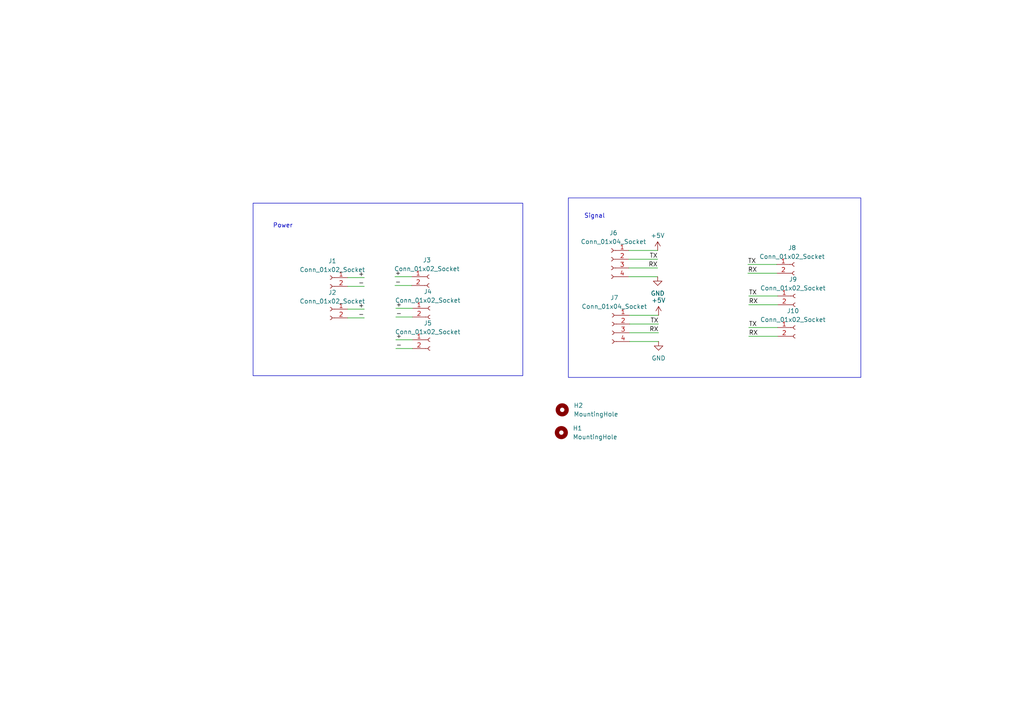
<source format=kicad_sch>
(kicad_sch
	(version 20231120)
	(generator "eeschema")
	(generator_version "8.0")
	(uuid "46fb4303-d3b2-4bbf-9b92-77c468bcf18e")
	(paper "A4")
	(lib_symbols
		(symbol "Connector:Conn_01x02_Socket"
			(pin_names
				(offset 1.016) hide)
			(exclude_from_sim no)
			(in_bom yes)
			(on_board yes)
			(property "Reference" "J"
				(at 0 2.54 0)
				(effects
					(font
						(size 1.27 1.27)
					)
				)
			)
			(property "Value" "Conn_01x02_Socket"
				(at 0 -5.08 0)
				(effects
					(font
						(size 1.27 1.27)
					)
				)
			)
			(property "Footprint" ""
				(at 0 0 0)
				(effects
					(font
						(size 1.27 1.27)
					)
					(hide yes)
				)
			)
			(property "Datasheet" "~"
				(at 0 0 0)
				(effects
					(font
						(size 1.27 1.27)
					)
					(hide yes)
				)
			)
			(property "Description" "Generic connector, single row, 01x02, script generated"
				(at 0 0 0)
				(effects
					(font
						(size 1.27 1.27)
					)
					(hide yes)
				)
			)
			(property "ki_locked" ""
				(at 0 0 0)
				(effects
					(font
						(size 1.27 1.27)
					)
				)
			)
			(property "ki_keywords" "connector"
				(at 0 0 0)
				(effects
					(font
						(size 1.27 1.27)
					)
					(hide yes)
				)
			)
			(property "ki_fp_filters" "Connector*:*_1x??_*"
				(at 0 0 0)
				(effects
					(font
						(size 1.27 1.27)
					)
					(hide yes)
				)
			)
			(symbol "Conn_01x02_Socket_1_1"
				(arc
					(start 0 -2.032)
					(mid -0.5058 -2.54)
					(end 0 -3.048)
					(stroke
						(width 0.1524)
						(type default)
					)
					(fill
						(type none)
					)
				)
				(polyline
					(pts
						(xy -1.27 -2.54) (xy -0.508 -2.54)
					)
					(stroke
						(width 0.1524)
						(type default)
					)
					(fill
						(type none)
					)
				)
				(polyline
					(pts
						(xy -1.27 0) (xy -0.508 0)
					)
					(stroke
						(width 0.1524)
						(type default)
					)
					(fill
						(type none)
					)
				)
				(arc
					(start 0 0.508)
					(mid -0.5058 0)
					(end 0 -0.508)
					(stroke
						(width 0.1524)
						(type default)
					)
					(fill
						(type none)
					)
				)
				(pin passive line
					(at -5.08 0 0)
					(length 3.81)
					(name "Pin_1"
						(effects
							(font
								(size 1.27 1.27)
							)
						)
					)
					(number "1"
						(effects
							(font
								(size 1.27 1.27)
							)
						)
					)
				)
				(pin passive line
					(at -5.08 -2.54 0)
					(length 3.81)
					(name "Pin_2"
						(effects
							(font
								(size 1.27 1.27)
							)
						)
					)
					(number "2"
						(effects
							(font
								(size 1.27 1.27)
							)
						)
					)
				)
			)
		)
		(symbol "Connector:Conn_01x04_Socket"
			(pin_names
				(offset 1.016) hide)
			(exclude_from_sim no)
			(in_bom yes)
			(on_board yes)
			(property "Reference" "J"
				(at 0 5.08 0)
				(effects
					(font
						(size 1.27 1.27)
					)
				)
			)
			(property "Value" "Conn_01x04_Socket"
				(at 0 -7.62 0)
				(effects
					(font
						(size 1.27 1.27)
					)
				)
			)
			(property "Footprint" ""
				(at 0 0 0)
				(effects
					(font
						(size 1.27 1.27)
					)
					(hide yes)
				)
			)
			(property "Datasheet" "~"
				(at 0 0 0)
				(effects
					(font
						(size 1.27 1.27)
					)
					(hide yes)
				)
			)
			(property "Description" "Generic connector, single row, 01x04, script generated"
				(at 0 0 0)
				(effects
					(font
						(size 1.27 1.27)
					)
					(hide yes)
				)
			)
			(property "ki_locked" ""
				(at 0 0 0)
				(effects
					(font
						(size 1.27 1.27)
					)
				)
			)
			(property "ki_keywords" "connector"
				(at 0 0 0)
				(effects
					(font
						(size 1.27 1.27)
					)
					(hide yes)
				)
			)
			(property "ki_fp_filters" "Connector*:*_1x??_*"
				(at 0 0 0)
				(effects
					(font
						(size 1.27 1.27)
					)
					(hide yes)
				)
			)
			(symbol "Conn_01x04_Socket_1_1"
				(arc
					(start 0 -4.572)
					(mid -0.5058 -5.08)
					(end 0 -5.588)
					(stroke
						(width 0.1524)
						(type default)
					)
					(fill
						(type none)
					)
				)
				(arc
					(start 0 -2.032)
					(mid -0.5058 -2.54)
					(end 0 -3.048)
					(stroke
						(width 0.1524)
						(type default)
					)
					(fill
						(type none)
					)
				)
				(polyline
					(pts
						(xy -1.27 -5.08) (xy -0.508 -5.08)
					)
					(stroke
						(width 0.1524)
						(type default)
					)
					(fill
						(type none)
					)
				)
				(polyline
					(pts
						(xy -1.27 -2.54) (xy -0.508 -2.54)
					)
					(stroke
						(width 0.1524)
						(type default)
					)
					(fill
						(type none)
					)
				)
				(polyline
					(pts
						(xy -1.27 0) (xy -0.508 0)
					)
					(stroke
						(width 0.1524)
						(type default)
					)
					(fill
						(type none)
					)
				)
				(polyline
					(pts
						(xy -1.27 2.54) (xy -0.508 2.54)
					)
					(stroke
						(width 0.1524)
						(type default)
					)
					(fill
						(type none)
					)
				)
				(arc
					(start 0 0.508)
					(mid -0.5058 0)
					(end 0 -0.508)
					(stroke
						(width 0.1524)
						(type default)
					)
					(fill
						(type none)
					)
				)
				(arc
					(start 0 3.048)
					(mid -0.5058 2.54)
					(end 0 2.032)
					(stroke
						(width 0.1524)
						(type default)
					)
					(fill
						(type none)
					)
				)
				(pin passive line
					(at -5.08 2.54 0)
					(length 3.81)
					(name "Pin_1"
						(effects
							(font
								(size 1.27 1.27)
							)
						)
					)
					(number "1"
						(effects
							(font
								(size 1.27 1.27)
							)
						)
					)
				)
				(pin passive line
					(at -5.08 0 0)
					(length 3.81)
					(name "Pin_2"
						(effects
							(font
								(size 1.27 1.27)
							)
						)
					)
					(number "2"
						(effects
							(font
								(size 1.27 1.27)
							)
						)
					)
				)
				(pin passive line
					(at -5.08 -2.54 0)
					(length 3.81)
					(name "Pin_3"
						(effects
							(font
								(size 1.27 1.27)
							)
						)
					)
					(number "3"
						(effects
							(font
								(size 1.27 1.27)
							)
						)
					)
				)
				(pin passive line
					(at -5.08 -5.08 0)
					(length 3.81)
					(name "Pin_4"
						(effects
							(font
								(size 1.27 1.27)
							)
						)
					)
					(number "4"
						(effects
							(font
								(size 1.27 1.27)
							)
						)
					)
				)
			)
		)
		(symbol "Mechanical:MountingHole"
			(pin_names
				(offset 1.016)
			)
			(exclude_from_sim yes)
			(in_bom no)
			(on_board yes)
			(property "Reference" "H"
				(at 0 5.08 0)
				(effects
					(font
						(size 1.27 1.27)
					)
				)
			)
			(property "Value" "MountingHole"
				(at 0 3.175 0)
				(effects
					(font
						(size 1.27 1.27)
					)
				)
			)
			(property "Footprint" ""
				(at 0 0 0)
				(effects
					(font
						(size 1.27 1.27)
					)
					(hide yes)
				)
			)
			(property "Datasheet" "~"
				(at 0 0 0)
				(effects
					(font
						(size 1.27 1.27)
					)
					(hide yes)
				)
			)
			(property "Description" "Mounting Hole without connection"
				(at 0 0 0)
				(effects
					(font
						(size 1.27 1.27)
					)
					(hide yes)
				)
			)
			(property "ki_keywords" "mounting hole"
				(at 0 0 0)
				(effects
					(font
						(size 1.27 1.27)
					)
					(hide yes)
				)
			)
			(property "ki_fp_filters" "MountingHole*"
				(at 0 0 0)
				(effects
					(font
						(size 1.27 1.27)
					)
					(hide yes)
				)
			)
			(symbol "MountingHole_0_1"
				(circle
					(center 0 0)
					(radius 1.27)
					(stroke
						(width 1.27)
						(type default)
					)
					(fill
						(type none)
					)
				)
			)
		)
		(symbol "power:+5V"
			(power)
			(pin_numbers hide)
			(pin_names
				(offset 0) hide)
			(exclude_from_sim no)
			(in_bom yes)
			(on_board yes)
			(property "Reference" "#PWR"
				(at 0 -3.81 0)
				(effects
					(font
						(size 1.27 1.27)
					)
					(hide yes)
				)
			)
			(property "Value" "+5V"
				(at 0 3.556 0)
				(effects
					(font
						(size 1.27 1.27)
					)
				)
			)
			(property "Footprint" ""
				(at 0 0 0)
				(effects
					(font
						(size 1.27 1.27)
					)
					(hide yes)
				)
			)
			(property "Datasheet" ""
				(at 0 0 0)
				(effects
					(font
						(size 1.27 1.27)
					)
					(hide yes)
				)
			)
			(property "Description" "Power symbol creates a global label with name \"+5V\""
				(at 0 0 0)
				(effects
					(font
						(size 1.27 1.27)
					)
					(hide yes)
				)
			)
			(property "ki_keywords" "global power"
				(at 0 0 0)
				(effects
					(font
						(size 1.27 1.27)
					)
					(hide yes)
				)
			)
			(symbol "+5V_0_1"
				(polyline
					(pts
						(xy -0.762 1.27) (xy 0 2.54)
					)
					(stroke
						(width 0)
						(type default)
					)
					(fill
						(type none)
					)
				)
				(polyline
					(pts
						(xy 0 0) (xy 0 2.54)
					)
					(stroke
						(width 0)
						(type default)
					)
					(fill
						(type none)
					)
				)
				(polyline
					(pts
						(xy 0 2.54) (xy 0.762 1.27)
					)
					(stroke
						(width 0)
						(type default)
					)
					(fill
						(type none)
					)
				)
			)
			(symbol "+5V_1_1"
				(pin power_in line
					(at 0 0 90)
					(length 0)
					(name "~"
						(effects
							(font
								(size 1.27 1.27)
							)
						)
					)
					(number "1"
						(effects
							(font
								(size 1.27 1.27)
							)
						)
					)
				)
			)
		)
		(symbol "power:GND"
			(power)
			(pin_numbers hide)
			(pin_names
				(offset 0) hide)
			(exclude_from_sim no)
			(in_bom yes)
			(on_board yes)
			(property "Reference" "#PWR"
				(at 0 -6.35 0)
				(effects
					(font
						(size 1.27 1.27)
					)
					(hide yes)
				)
			)
			(property "Value" "GND"
				(at 0 -3.81 0)
				(effects
					(font
						(size 1.27 1.27)
					)
				)
			)
			(property "Footprint" ""
				(at 0 0 0)
				(effects
					(font
						(size 1.27 1.27)
					)
					(hide yes)
				)
			)
			(property "Datasheet" ""
				(at 0 0 0)
				(effects
					(font
						(size 1.27 1.27)
					)
					(hide yes)
				)
			)
			(property "Description" "Power symbol creates a global label with name \"GND\" , ground"
				(at 0 0 0)
				(effects
					(font
						(size 1.27 1.27)
					)
					(hide yes)
				)
			)
			(property "ki_keywords" "global power"
				(at 0 0 0)
				(effects
					(font
						(size 1.27 1.27)
					)
					(hide yes)
				)
			)
			(symbol "GND_0_1"
				(polyline
					(pts
						(xy 0 0) (xy 0 -1.27) (xy 1.27 -1.27) (xy 0 -2.54) (xy -1.27 -1.27) (xy 0 -1.27)
					)
					(stroke
						(width 0)
						(type default)
					)
					(fill
						(type none)
					)
				)
			)
			(symbol "GND_1_1"
				(pin power_in line
					(at 0 0 270)
					(length 0)
					(name "~"
						(effects
							(font
								(size 1.27 1.27)
							)
						)
					)
					(number "1"
						(effects
							(font
								(size 1.27 1.27)
							)
						)
					)
				)
			)
		)
	)
	(wire
		(pts
			(xy 119.38 80.264) (xy 114.554 80.264)
		)
		(stroke
			(width 0)
			(type default)
		)
		(uuid "0109b06f-4d40-432e-82f7-3fc3de80ee96")
	)
	(wire
		(pts
			(xy 182.372 75.184) (xy 190.754 75.184)
		)
		(stroke
			(width 0)
			(type default)
		)
		(uuid "08d58447-4c66-4fa1-a2a9-e15fc3035a79")
	)
	(wire
		(pts
			(xy 182.372 80.264) (xy 190.754 80.264)
		)
		(stroke
			(width 0)
			(type default)
		)
		(uuid "0b5298fc-ccbc-48a6-8b8a-d8f3479536dd")
	)
	(wire
		(pts
			(xy 182.372 77.724) (xy 190.754 77.724)
		)
		(stroke
			(width 0)
			(type default)
		)
		(uuid "134f3d82-9090-4fe0-8f84-912da14aa149")
	)
	(wire
		(pts
			(xy 119.634 101.092) (xy 114.808 101.092)
		)
		(stroke
			(width 0)
			(type default)
		)
		(uuid "183714e7-0cd8-49f4-9f64-9eeb2bfc02eb")
	)
	(wire
		(pts
			(xy 100.838 83.058) (xy 105.664 83.058)
		)
		(stroke
			(width 0)
			(type default)
		)
		(uuid "2d5e9ed0-f955-48a6-8c15-441a3a590ee4")
	)
	(wire
		(pts
			(xy 225.552 97.536) (xy 217.17 97.536)
		)
		(stroke
			(width 0)
			(type default)
		)
		(uuid "41487150-87f0-4ec7-a5ac-f6cc81b4fba3")
	)
	(wire
		(pts
			(xy 119.634 91.948) (xy 114.808 91.948)
		)
		(stroke
			(width 0)
			(type default)
		)
		(uuid "4bb3d7f6-62d3-4f89-ba19-4919e5547053")
	)
	(wire
		(pts
			(xy 182.626 93.98) (xy 191.008 93.98)
		)
		(stroke
			(width 0)
			(type default)
		)
		(uuid "5a910de7-3293-4f43-9d0a-cdafc6312f61")
	)
	(wire
		(pts
			(xy 225.298 76.708) (xy 216.916 76.708)
		)
		(stroke
			(width 0)
			(type default)
		)
		(uuid "6e93a996-83b4-4b3e-aacc-2004a2ea270f")
	)
	(wire
		(pts
			(xy 100.838 89.662) (xy 105.664 89.662)
		)
		(stroke
			(width 0)
			(type default)
		)
		(uuid "8b306649-19b2-49b6-921a-cad9a6491bc3")
	)
	(wire
		(pts
			(xy 100.838 92.202) (xy 105.664 92.202)
		)
		(stroke
			(width 0)
			(type default)
		)
		(uuid "a56f432b-8641-4bc0-ad8a-3c54e1267c99")
	)
	(wire
		(pts
			(xy 119.38 82.804) (xy 114.554 82.804)
		)
		(stroke
			(width 0)
			(type default)
		)
		(uuid "a9f8d4fd-deb7-4ad9-aec5-8e42605e65b8")
	)
	(wire
		(pts
			(xy 182.626 91.44) (xy 191.008 91.44)
		)
		(stroke
			(width 0)
			(type default)
		)
		(uuid "abce1af9-29fa-495b-a7c9-9488e932ba35")
	)
	(wire
		(pts
			(xy 182.626 99.06) (xy 191.008 99.06)
		)
		(stroke
			(width 0)
			(type default)
		)
		(uuid "b4d8f9a6-5d03-4e5a-bc3a-e171ca15e3f4")
	)
	(wire
		(pts
			(xy 225.552 85.852) (xy 217.17 85.852)
		)
		(stroke
			(width 0)
			(type default)
		)
		(uuid "ba8c03c2-4d2e-477d-a911-90526fa8287a")
	)
	(wire
		(pts
			(xy 225.298 79.248) (xy 216.916 79.248)
		)
		(stroke
			(width 0)
			(type default)
		)
		(uuid "d970438a-8595-4e86-88af-ad49b3deebe8")
	)
	(wire
		(pts
			(xy 225.552 88.392) (xy 217.17 88.392)
		)
		(stroke
			(width 0)
			(type default)
		)
		(uuid "daa1f2d8-4f71-4b1d-8542-0e4670b3ee04")
	)
	(wire
		(pts
			(xy 119.634 98.552) (xy 114.808 98.552)
		)
		(stroke
			(width 0)
			(type default)
		)
		(uuid "dc0054e1-f0c1-460a-900e-c0d2d881faaa")
	)
	(wire
		(pts
			(xy 182.626 96.52) (xy 191.008 96.52)
		)
		(stroke
			(width 0)
			(type default)
		)
		(uuid "e0e5e543-6930-4744-8db6-763cf73209c4")
	)
	(wire
		(pts
			(xy 100.838 80.518) (xy 105.664 80.518)
		)
		(stroke
			(width 0)
			(type default)
		)
		(uuid "e8bae638-7bc2-41de-ae41-e6a4bb90d310")
	)
	(wire
		(pts
			(xy 225.552 94.996) (xy 217.17 94.996)
		)
		(stroke
			(width 0)
			(type default)
		)
		(uuid "eaf55ecf-d661-4a15-af93-32f920d9fcb2")
	)
	(wire
		(pts
			(xy 119.634 89.408) (xy 114.808 89.408)
		)
		(stroke
			(width 0)
			(type default)
		)
		(uuid "fb392dcd-1135-4130-81b1-cb198a923b92")
	)
	(wire
		(pts
			(xy 182.372 72.644) (xy 190.754 72.644)
		)
		(stroke
			(width 0)
			(type default)
		)
		(uuid "fc3a2767-3fce-40bd-8453-7d72bd321974")
	)
	(rectangle
		(start 164.846 57.404)
		(end 249.682 109.474)
		(stroke
			(width 0)
			(type default)
		)
		(fill
			(type none)
		)
		(uuid 1823d5fd-98d0-4a83-a585-f23bb9a971c9)
	)
	(rectangle
		(start 73.406 58.928)
		(end 151.638 108.966)
		(stroke
			(width 0)
			(type default)
		)
		(fill
			(type none)
		)
		(uuid 3c1222ab-7549-4355-9b62-543ba9446a5b)
	)
	(text "Power"
		(exclude_from_sim no)
		(at 82.042 65.532 0)
		(effects
			(font
				(size 1.27 1.27)
			)
		)
		(uuid "32252ed2-0c88-4ff3-b991-8c3bfbb3a0e9")
	)
	(text "Signal"
		(exclude_from_sim no)
		(at 172.466 62.738 0)
		(effects
			(font
				(size 1.27 1.27)
			)
		)
		(uuid "b937f6d9-df23-4b21-b918-55795569d92d")
	)
	(label "-"
		(at 114.808 101.092 0)
		(fields_autoplaced yes)
		(effects
			(font
				(size 1.27 1.27)
			)
			(justify left bottom)
		)
		(uuid "045a1f57-05a6-4704-8cf1-10e0bed7a412")
	)
	(label "RX"
		(at 191.008 96.52 180)
		(fields_autoplaced yes)
		(effects
			(font
				(size 1.27 1.27)
			)
			(justify right bottom)
		)
		(uuid "0639e323-0d72-42a2-81a6-55649bd9857b")
	)
	(label "-"
		(at 114.808 91.948 0)
		(fields_autoplaced yes)
		(effects
			(font
				(size 1.27 1.27)
			)
			(justify left bottom)
		)
		(uuid "1d6af90a-8e6f-46d5-be16-e1bd2e890ede")
	)
	(label "+"
		(at 105.664 89.662 180)
		(fields_autoplaced yes)
		(effects
			(font
				(size 1.27 1.27)
			)
			(justify right bottom)
		)
		(uuid "2383f3af-5ed6-40de-be87-6240479d8177")
	)
	(label "-"
		(at 105.664 83.058 180)
		(fields_autoplaced yes)
		(effects
			(font
				(size 1.27 1.27)
			)
			(justify right bottom)
		)
		(uuid "2d44164e-dcf0-44cc-ab34-d599e6cac3b9")
	)
	(label "+"
		(at 114.808 89.408 0)
		(fields_autoplaced yes)
		(effects
			(font
				(size 1.27 1.27)
			)
			(justify left bottom)
		)
		(uuid "459e1745-eff3-4dad-b5f4-5fbcfa1d9314")
	)
	(label "RX"
		(at 216.916 79.248 0)
		(fields_autoplaced yes)
		(effects
			(font
				(size 1.27 1.27)
			)
			(justify left bottom)
		)
		(uuid "4b2147ad-0349-4709-b60c-5a52c9558446")
	)
	(label "TX"
		(at 216.916 76.708 0)
		(fields_autoplaced yes)
		(effects
			(font
				(size 1.27 1.27)
			)
			(justify left bottom)
		)
		(uuid "5f83a035-b4b1-42ed-a00d-3cf02d138f55")
	)
	(label "RX"
		(at 190.754 77.724 180)
		(fields_autoplaced yes)
		(effects
			(font
				(size 1.27 1.27)
			)
			(justify right bottom)
		)
		(uuid "6444845e-e8b0-4c83-b470-0f5f31858859")
	)
	(label "+"
		(at 105.664 80.518 180)
		(fields_autoplaced yes)
		(effects
			(font
				(size 1.27 1.27)
			)
			(justify right bottom)
		)
		(uuid "756dcde8-35d0-476c-ad34-a3c637e2f308")
	)
	(label "-"
		(at 114.554 82.804 0)
		(fields_autoplaced yes)
		(effects
			(font
				(size 1.27 1.27)
			)
			(justify left bottom)
		)
		(uuid "798cdeca-0982-4a97-8a5c-6f754fef3dd8")
	)
	(label "+"
		(at 114.554 80.264 0)
		(fields_autoplaced yes)
		(effects
			(font
				(size 1.27 1.27)
			)
			(justify left bottom)
		)
		(uuid "98368b26-43c0-453d-9e71-34873a15e6d2")
	)
	(label "TX"
		(at 217.17 85.852 0)
		(fields_autoplaced yes)
		(effects
			(font
				(size 1.27 1.27)
			)
			(justify left bottom)
		)
		(uuid "9b49a830-dcda-46d9-a4ca-383d26d35dd6")
	)
	(label "+"
		(at 114.808 98.552 0)
		(fields_autoplaced yes)
		(effects
			(font
				(size 1.27 1.27)
			)
			(justify left bottom)
		)
		(uuid "a23b364c-a901-4434-9a8a-bdf4bc83ef59")
	)
	(label "-"
		(at 105.664 92.202 180)
		(fields_autoplaced yes)
		(effects
			(font
				(size 1.27 1.27)
			)
			(justify right bottom)
		)
		(uuid "bfb67767-5a61-4ae8-bad1-e4d65ebb005c")
	)
	(label "TX"
		(at 191.008 93.98 180)
		(fields_autoplaced yes)
		(effects
			(font
				(size 1.27 1.27)
			)
			(justify right bottom)
		)
		(uuid "e2f7baa4-ac02-49ca-a866-f821e69399eb")
	)
	(label "RX"
		(at 217.17 97.536 0)
		(fields_autoplaced yes)
		(effects
			(font
				(size 1.27 1.27)
			)
			(justify left bottom)
		)
		(uuid "e4eaa384-4a36-4306-9ff7-2f35a08334a3")
	)
	(label "RX"
		(at 217.17 88.392 0)
		(fields_autoplaced yes)
		(effects
			(font
				(size 1.27 1.27)
			)
			(justify left bottom)
		)
		(uuid "e4ef73f0-63e5-42ed-8f62-a0e321f14ece")
	)
	(label "TX"
		(at 217.17 94.996 0)
		(fields_autoplaced yes)
		(effects
			(font
				(size 1.27 1.27)
			)
			(justify left bottom)
		)
		(uuid "f62b2ee0-56fe-438d-9be7-08f3706829a9")
	)
	(label "TX"
		(at 190.754 75.184 180)
		(fields_autoplaced yes)
		(effects
			(font
				(size 1.27 1.27)
			)
			(justify right bottom)
		)
		(uuid "f6e242f0-1a77-4b2f-89ff-86d2a243aedc")
	)
	(symbol
		(lib_id "Connector:Conn_01x02_Socket")
		(at 124.46 80.264 0)
		(unit 1)
		(exclude_from_sim no)
		(in_bom yes)
		(on_board yes)
		(dnp no)
		(uuid "04067f0d-80c8-4388-8c59-e6f3328b4b0a")
		(property "Reference" "J3"
			(at 123.825 75.438 0)
			(effects
				(font
					(size 1.27 1.27)
				)
			)
		)
		(property "Value" "Conn_01x02_Socket"
			(at 123.825 77.978 0)
			(effects
				(font
					(size 1.27 1.27)
				)
			)
		)
		(property "Footprint" "Connector_AMASS:AMASS_XT30U-F_1x02_P5.0mm_Vertical"
			(at 124.46 80.264 0)
			(effects
				(font
					(size 1.27 1.27)
				)
				(hide yes)
			)
		)
		(property "Datasheet" "~"
			(at 124.46 80.264 0)
			(effects
				(font
					(size 1.27 1.27)
				)
				(hide yes)
			)
		)
		(property "Description" "Generic connector, single row, 01x02, script generated"
			(at 124.46 80.264 0)
			(effects
				(font
					(size 1.27 1.27)
				)
				(hide yes)
			)
		)
		(pin "2"
			(uuid "ed176c83-63f2-48ba-ad40-eccbdae9e97c")
		)
		(pin "1"
			(uuid "f8d715ce-6442-4516-8f20-7b51709a6157")
		)
		(instances
			(project "RoboMaster branch circuit substrate-2"
				(path "/46fb4303-d3b2-4bbf-9b92-77c468bcf18e"
					(reference "J3")
					(unit 1)
				)
			)
		)
	)
	(symbol
		(lib_id "power:GND")
		(at 191.008 99.06 0)
		(unit 1)
		(exclude_from_sim no)
		(in_bom yes)
		(on_board yes)
		(dnp no)
		(fields_autoplaced yes)
		(uuid "175abc80-656d-497b-a3ec-d2bcd580cd6b")
		(property "Reference" "#PWR04"
			(at 191.008 105.41 0)
			(effects
				(font
					(size 1.27 1.27)
				)
				(hide yes)
			)
		)
		(property "Value" "GND"
			(at 191.008 103.886 0)
			(effects
				(font
					(size 1.27 1.27)
				)
			)
		)
		(property "Footprint" ""
			(at 191.008 99.06 0)
			(effects
				(font
					(size 1.27 1.27)
				)
				(hide yes)
			)
		)
		(property "Datasheet" ""
			(at 191.008 99.06 0)
			(effects
				(font
					(size 1.27 1.27)
				)
				(hide yes)
			)
		)
		(property "Description" "Power symbol creates a global label with name \"GND\" , ground"
			(at 191.008 99.06 0)
			(effects
				(font
					(size 1.27 1.27)
				)
				(hide yes)
			)
		)
		(pin "1"
			(uuid "763da55b-7f86-456c-93ea-15fb33238997")
		)
		(instances
			(project "RoboMaster branch circuit substrate-2"
				(path "/46fb4303-d3b2-4bbf-9b92-77c468bcf18e"
					(reference "#PWR04")
					(unit 1)
				)
			)
		)
	)
	(symbol
		(lib_id "Mechanical:MountingHole")
		(at 163.068 118.872 0)
		(unit 1)
		(exclude_from_sim yes)
		(in_bom no)
		(on_board yes)
		(dnp no)
		(fields_autoplaced yes)
		(uuid "184df0a1-657e-4a0d-9988-fa10942ba86d")
		(property "Reference" "H2"
			(at 166.37 117.6019 0)
			(effects
				(font
					(size 1.27 1.27)
				)
				(justify left)
			)
		)
		(property "Value" "MountingHole"
			(at 166.37 120.1419 0)
			(effects
				(font
					(size 1.27 1.27)
				)
				(justify left)
			)
		)
		(property "Footprint" "MountingHole:MountingHole_3.2mm_M3"
			(at 163.068 118.872 0)
			(effects
				(font
					(size 1.27 1.27)
				)
				(hide yes)
			)
		)
		(property "Datasheet" "~"
			(at 163.068 118.872 0)
			(effects
				(font
					(size 1.27 1.27)
				)
				(hide yes)
			)
		)
		(property "Description" "Mounting Hole without connection"
			(at 163.068 118.872 0)
			(effects
				(font
					(size 1.27 1.27)
				)
				(hide yes)
			)
		)
		(instances
			(project ""
				(path "/46fb4303-d3b2-4bbf-9b92-77c468bcf18e"
					(reference "H2")
					(unit 1)
				)
			)
		)
	)
	(symbol
		(lib_id "Connector:Conn_01x04_Socket")
		(at 177.292 75.184 0)
		(mirror y)
		(unit 1)
		(exclude_from_sim no)
		(in_bom yes)
		(on_board yes)
		(dnp no)
		(fields_autoplaced yes)
		(uuid "39259582-5a6e-4bef-b40e-bc4e1f608c19")
		(property "Reference" "J6"
			(at 177.927 67.564 0)
			(effects
				(font
					(size 1.27 1.27)
				)
			)
		)
		(property "Value" "Conn_01x04_Socket"
			(at 177.927 70.104 0)
			(effects
				(font
					(size 1.27 1.27)
				)
			)
		)
		(property "Footprint" "Connector_JST:JST_XA_S04B-XASK-1_1x04_P2.50mm_Horizontal"
			(at 177.292 75.184 0)
			(effects
				(font
					(size 1.27 1.27)
				)
				(hide yes)
			)
		)
		(property "Datasheet" "~"
			(at 177.292 75.184 0)
			(effects
				(font
					(size 1.27 1.27)
				)
				(hide yes)
			)
		)
		(property "Description" "Generic connector, single row, 01x04, script generated"
			(at 177.292 75.184 0)
			(effects
				(font
					(size 1.27 1.27)
				)
				(hide yes)
			)
		)
		(pin "4"
			(uuid "2e98d274-ecfe-4e99-9ebc-fc87ce945fca")
		)
		(pin "3"
			(uuid "8115b74e-a532-4186-8369-313cb2555112")
		)
		(pin "1"
			(uuid "9ea7b72f-ada9-47a3-a508-f5c871c998e8")
		)
		(pin "2"
			(uuid "844bb7f0-aae5-4e18-bff0-83a6d748a9de")
		)
		(instances
			(project ""
				(path "/46fb4303-d3b2-4bbf-9b92-77c468bcf18e"
					(reference "J6")
					(unit 1)
				)
			)
		)
	)
	(symbol
		(lib_id "Mechanical:MountingHole")
		(at 162.814 125.476 0)
		(unit 1)
		(exclude_from_sim yes)
		(in_bom no)
		(on_board yes)
		(dnp no)
		(fields_autoplaced yes)
		(uuid "394750f1-f86f-4b3a-b8a0-3d8362c9415b")
		(property "Reference" "H1"
			(at 166.116 124.2059 0)
			(effects
				(font
					(size 1.27 1.27)
				)
				(justify left)
			)
		)
		(property "Value" "MountingHole"
			(at 166.116 126.7459 0)
			(effects
				(font
					(size 1.27 1.27)
				)
				(justify left)
			)
		)
		(property "Footprint" "MountingHole:MountingHole_3.2mm_M3"
			(at 162.814 125.476 0)
			(effects
				(font
					(size 1.27 1.27)
				)
				(hide yes)
			)
		)
		(property "Datasheet" "~"
			(at 162.814 125.476 0)
			(effects
				(font
					(size 1.27 1.27)
				)
				(hide yes)
			)
		)
		(property "Description" "Mounting Hole without connection"
			(at 162.814 125.476 0)
			(effects
				(font
					(size 1.27 1.27)
				)
				(hide yes)
			)
		)
		(instances
			(project "RoboMaster branch circuit substrate-2"
				(path "/46fb4303-d3b2-4bbf-9b92-77c468bcf18e"
					(reference "H1")
					(unit 1)
				)
			)
		)
	)
	(symbol
		(lib_id "Connector:Conn_01x02_Socket")
		(at 230.632 94.996 0)
		(unit 1)
		(exclude_from_sim no)
		(in_bom yes)
		(on_board yes)
		(dnp no)
		(uuid "68d31cf0-6bba-4ff9-b989-2e057cf0e81e")
		(property "Reference" "J10"
			(at 229.997 90.17 0)
			(effects
				(font
					(size 1.27 1.27)
				)
			)
		)
		(property "Value" "Conn_01x02_Socket"
			(at 229.997 92.71 0)
			(effects
				(font
					(size 1.27 1.27)
				)
			)
		)
		(property "Footprint" "Connector_JST:JST_XA_B02B-XASK-1_1x02_P2.50mm_Vertical"
			(at 230.632 94.996 0)
			(effects
				(font
					(size 1.27 1.27)
				)
				(hide yes)
			)
		)
		(property "Datasheet" "~"
			(at 230.632 94.996 0)
			(effects
				(font
					(size 1.27 1.27)
				)
				(hide yes)
			)
		)
		(property "Description" "Generic connector, single row, 01x02, script generated"
			(at 230.632 94.996 0)
			(effects
				(font
					(size 1.27 1.27)
				)
				(hide yes)
			)
		)
		(pin "2"
			(uuid "b9ea2bb3-cb2d-49d9-a21f-80c8d4f420fe")
		)
		(pin "1"
			(uuid "10f06cdd-1466-4415-ad66-71aaa7ad163c")
		)
		(instances
			(project "RoboMaster branch circuit substrate-3"
				(path "/46fb4303-d3b2-4bbf-9b92-77c468bcf18e"
					(reference "J10")
					(unit 1)
				)
			)
		)
	)
	(symbol
		(lib_id "Connector:Conn_01x02_Socket")
		(at 124.714 89.408 0)
		(unit 1)
		(exclude_from_sim no)
		(in_bom yes)
		(on_board yes)
		(dnp no)
		(uuid "68da58ab-915d-403d-89ba-17db5fd6ad48")
		(property "Reference" "J4"
			(at 124.079 84.582 0)
			(effects
				(font
					(size 1.27 1.27)
				)
			)
		)
		(property "Value" "Conn_01x02_Socket"
			(at 124.079 87.122 0)
			(effects
				(font
					(size 1.27 1.27)
				)
			)
		)
		(property "Footprint" "Connector_AMASS:AMASS_XT30U-F_1x02_P5.0mm_Vertical"
			(at 124.714 89.408 0)
			(effects
				(font
					(size 1.27 1.27)
				)
				(hide yes)
			)
		)
		(property "Datasheet" "~"
			(at 124.714 89.408 0)
			(effects
				(font
					(size 1.27 1.27)
				)
				(hide yes)
			)
		)
		(property "Description" "Generic connector, single row, 01x02, script generated"
			(at 124.714 89.408 0)
			(effects
				(font
					(size 1.27 1.27)
				)
				(hide yes)
			)
		)
		(pin "2"
			(uuid "8445ff36-282e-40d9-b6d7-96a04f594954")
		)
		(pin "1"
			(uuid "dd3c85f5-d40e-4a9e-91ca-8a553c59b0ab")
		)
		(instances
			(project "RoboMaster branch circuit substrate-2"
				(path "/46fb4303-d3b2-4bbf-9b92-77c468bcf18e"
					(reference "J4")
					(unit 1)
				)
			)
		)
	)
	(symbol
		(lib_id "Connector:Conn_01x02_Socket")
		(at 230.632 85.852 0)
		(unit 1)
		(exclude_from_sim no)
		(in_bom yes)
		(on_board yes)
		(dnp no)
		(uuid "8166996f-db3b-4937-b3bd-c84ef84ec491")
		(property "Reference" "J9"
			(at 229.997 81.026 0)
			(effects
				(font
					(size 1.27 1.27)
				)
			)
		)
		(property "Value" "Conn_01x02_Socket"
			(at 229.997 83.566 0)
			(effects
				(font
					(size 1.27 1.27)
				)
			)
		)
		(property "Footprint" "Connector_JST:JST_XA_B02B-XASK-1_1x02_P2.50mm_Vertical"
			(at 230.632 85.852 0)
			(effects
				(font
					(size 1.27 1.27)
				)
				(hide yes)
			)
		)
		(property "Datasheet" "~"
			(at 230.632 85.852 0)
			(effects
				(font
					(size 1.27 1.27)
				)
				(hide yes)
			)
		)
		(property "Description" "Generic connector, single row, 01x02, script generated"
			(at 230.632 85.852 0)
			(effects
				(font
					(size 1.27 1.27)
				)
				(hide yes)
			)
		)
		(pin "2"
			(uuid "6d339877-710a-497e-8906-9d1befb8fd05")
		)
		(pin "1"
			(uuid "84a81dd1-106d-417a-849a-354eed665c23")
		)
		(instances
			(project "RoboMaster branch circuit substrate-2"
				(path "/46fb4303-d3b2-4bbf-9b92-77c468bcf18e"
					(reference "J9")
					(unit 1)
				)
			)
		)
	)
	(symbol
		(lib_id "Connector:Conn_01x02_Socket")
		(at 124.714 98.552 0)
		(unit 1)
		(exclude_from_sim no)
		(in_bom yes)
		(on_board yes)
		(dnp no)
		(uuid "8b83d1ad-95c9-46a3-9ab9-6e89298ef173")
		(property "Reference" "J5"
			(at 124.079 93.726 0)
			(effects
				(font
					(size 1.27 1.27)
				)
			)
		)
		(property "Value" "Conn_01x02_Socket"
			(at 124.079 96.266 0)
			(effects
				(font
					(size 1.27 1.27)
				)
			)
		)
		(property "Footprint" "Connector_AMASS:AMASS_XT30U-F_1x02_P5.0mm_Vertical"
			(at 124.714 98.552 0)
			(effects
				(font
					(size 1.27 1.27)
				)
				(hide yes)
			)
		)
		(property "Datasheet" "~"
			(at 124.714 98.552 0)
			(effects
				(font
					(size 1.27 1.27)
				)
				(hide yes)
			)
		)
		(property "Description" "Generic connector, single row, 01x02, script generated"
			(at 124.714 98.552 0)
			(effects
				(font
					(size 1.27 1.27)
				)
				(hide yes)
			)
		)
		(pin "2"
			(uuid "57b052f2-a922-4ff7-bcc5-65fe889e84d3")
		)
		(pin "1"
			(uuid "f81abaac-9646-472f-8f7d-dfbcc8b273d3")
		)
		(instances
			(project "RoboMaster branch circuit substrate-3"
				(path "/46fb4303-d3b2-4bbf-9b92-77c468bcf18e"
					(reference "J5")
					(unit 1)
				)
			)
		)
	)
	(symbol
		(lib_id "Connector:Conn_01x02_Socket")
		(at 95.758 80.518 0)
		(mirror y)
		(unit 1)
		(exclude_from_sim no)
		(in_bom yes)
		(on_board yes)
		(dnp no)
		(fields_autoplaced yes)
		(uuid "98dc4372-2a29-4a45-85e8-14575050b75f")
		(property "Reference" "J1"
			(at 96.393 75.692 0)
			(effects
				(font
					(size 1.27 1.27)
				)
			)
		)
		(property "Value" "Conn_01x02_Socket"
			(at 96.393 78.232 0)
			(effects
				(font
					(size 1.27 1.27)
				)
			)
		)
		(property "Footprint" "Connector_AMASS:AMASS_XT60PW-F_1x02_P7.20mm_Horizontal"
			(at 95.758 80.518 0)
			(effects
				(font
					(size 1.27 1.27)
				)
				(hide yes)
			)
		)
		(property "Datasheet" "~"
			(at 95.758 80.518 0)
			(effects
				(font
					(size 1.27 1.27)
				)
				(hide yes)
			)
		)
		(property "Description" "Generic connector, single row, 01x02, script generated"
			(at 95.758 80.518 0)
			(effects
				(font
					(size 1.27 1.27)
				)
				(hide yes)
			)
		)
		(pin "2"
			(uuid "b933b58d-bb1e-4095-ac82-7820ca6aae16")
		)
		(pin "1"
			(uuid "430b19cb-e7e5-486f-bcf2-f0acad3c405a")
		)
		(instances
			(project ""
				(path "/46fb4303-d3b2-4bbf-9b92-77c468bcf18e"
					(reference "J1")
					(unit 1)
				)
			)
		)
	)
	(symbol
		(lib_id "power:+5V")
		(at 191.008 91.44 0)
		(unit 1)
		(exclude_from_sim no)
		(in_bom yes)
		(on_board yes)
		(dnp no)
		(fields_autoplaced yes)
		(uuid "a652434c-2ce2-4d5e-874f-0f0254b55003")
		(property "Reference" "#PWR03"
			(at 191.008 95.25 0)
			(effects
				(font
					(size 1.27 1.27)
				)
				(hide yes)
			)
		)
		(property "Value" "+5V"
			(at 191.008 87.122 0)
			(effects
				(font
					(size 1.27 1.27)
				)
			)
		)
		(property "Footprint" ""
			(at 191.008 91.44 0)
			(effects
				(font
					(size 1.27 1.27)
				)
				(hide yes)
			)
		)
		(property "Datasheet" ""
			(at 191.008 91.44 0)
			(effects
				(font
					(size 1.27 1.27)
				)
				(hide yes)
			)
		)
		(property "Description" "Power symbol creates a global label with name \"+5V\""
			(at 191.008 91.44 0)
			(effects
				(font
					(size 1.27 1.27)
				)
				(hide yes)
			)
		)
		(pin "1"
			(uuid "1fd55864-6b2a-4020-93ca-aae32abaa6a5")
		)
		(instances
			(project "RoboMaster branch circuit substrate-2"
				(path "/46fb4303-d3b2-4bbf-9b92-77c468bcf18e"
					(reference "#PWR03")
					(unit 1)
				)
			)
		)
	)
	(symbol
		(lib_id "power:GND")
		(at 190.754 80.264 0)
		(unit 1)
		(exclude_from_sim no)
		(in_bom yes)
		(on_board yes)
		(dnp no)
		(fields_autoplaced yes)
		(uuid "b3ad1eb3-5205-444e-b8c1-8b7b657950cf")
		(property "Reference" "#PWR02"
			(at 190.754 86.614 0)
			(effects
				(font
					(size 1.27 1.27)
				)
				(hide yes)
			)
		)
		(property "Value" "GND"
			(at 190.754 85.09 0)
			(effects
				(font
					(size 1.27 1.27)
				)
			)
		)
		(property "Footprint" ""
			(at 190.754 80.264 0)
			(effects
				(font
					(size 1.27 1.27)
				)
				(hide yes)
			)
		)
		(property "Datasheet" ""
			(at 190.754 80.264 0)
			(effects
				(font
					(size 1.27 1.27)
				)
				(hide yes)
			)
		)
		(property "Description" "Power symbol creates a global label with name \"GND\" , ground"
			(at 190.754 80.264 0)
			(effects
				(font
					(size 1.27 1.27)
				)
				(hide yes)
			)
		)
		(pin "1"
			(uuid "83f4f23b-a2cd-47ff-96bb-00124faf96c1")
		)
		(instances
			(project ""
				(path "/46fb4303-d3b2-4bbf-9b92-77c468bcf18e"
					(reference "#PWR02")
					(unit 1)
				)
			)
		)
	)
	(symbol
		(lib_id "power:+5V")
		(at 190.754 72.644 0)
		(unit 1)
		(exclude_from_sim no)
		(in_bom yes)
		(on_board yes)
		(dnp no)
		(fields_autoplaced yes)
		(uuid "dbe69985-a498-4e28-9d29-5017ce1c2a57")
		(property "Reference" "#PWR01"
			(at 190.754 76.454 0)
			(effects
				(font
					(size 1.27 1.27)
				)
				(hide yes)
			)
		)
		(property "Value" "+5V"
			(at 190.754 68.326 0)
			(effects
				(font
					(size 1.27 1.27)
				)
			)
		)
		(property "Footprint" ""
			(at 190.754 72.644 0)
			(effects
				(font
					(size 1.27 1.27)
				)
				(hide yes)
			)
		)
		(property "Datasheet" ""
			(at 190.754 72.644 0)
			(effects
				(font
					(size 1.27 1.27)
				)
				(hide yes)
			)
		)
		(property "Description" "Power symbol creates a global label with name \"+5V\""
			(at 190.754 72.644 0)
			(effects
				(font
					(size 1.27 1.27)
				)
				(hide yes)
			)
		)
		(pin "1"
			(uuid "e74fa6a4-42e2-4a12-b052-4b0d3bd25f0b")
		)
		(instances
			(project ""
				(path "/46fb4303-d3b2-4bbf-9b92-77c468bcf18e"
					(reference "#PWR01")
					(unit 1)
				)
			)
		)
	)
	(symbol
		(lib_id "Connector:Conn_01x02_Socket")
		(at 230.378 76.708 0)
		(unit 1)
		(exclude_from_sim no)
		(in_bom yes)
		(on_board yes)
		(dnp no)
		(uuid "eadf4520-5ab0-4182-92e3-247072aa52c2")
		(property "Reference" "J8"
			(at 229.743 71.882 0)
			(effects
				(font
					(size 1.27 1.27)
				)
			)
		)
		(property "Value" "Conn_01x02_Socket"
			(at 229.743 74.422 0)
			(effects
				(font
					(size 1.27 1.27)
				)
			)
		)
		(property "Footprint" "Connector_JST:JST_XA_B02B-XASK-1_1x02_P2.50mm_Vertical"
			(at 230.378 76.708 0)
			(effects
				(font
					(size 1.27 1.27)
				)
				(hide yes)
			)
		)
		(property "Datasheet" "~"
			(at 230.378 76.708 0)
			(effects
				(font
					(size 1.27 1.27)
				)
				(hide yes)
			)
		)
		(property "Description" "Generic connector, single row, 01x02, script generated"
			(at 230.378 76.708 0)
			(effects
				(font
					(size 1.27 1.27)
				)
				(hide yes)
			)
		)
		(pin "2"
			(uuid "49fea403-a5f4-4d0c-bd8d-c03a27fd244f")
		)
		(pin "1"
			(uuid "1f2834de-785a-4f20-b7a4-d2f78650f50f")
		)
		(instances
			(project "RoboMaster branch circuit substrate-2"
				(path "/46fb4303-d3b2-4bbf-9b92-77c468bcf18e"
					(reference "J8")
					(unit 1)
				)
			)
		)
	)
	(symbol
		(lib_id "Connector:Conn_01x02_Socket")
		(at 95.758 89.662 0)
		(mirror y)
		(unit 1)
		(exclude_from_sim no)
		(in_bom yes)
		(on_board yes)
		(dnp no)
		(fields_autoplaced yes)
		(uuid "fcda5124-b787-485c-a457-8fe49e21e630")
		(property "Reference" "J2"
			(at 96.393 84.836 0)
			(effects
				(font
					(size 1.27 1.27)
				)
			)
		)
		(property "Value" "Conn_01x02_Socket"
			(at 96.393 87.376 0)
			(effects
				(font
					(size 1.27 1.27)
				)
			)
		)
		(property "Footprint" "Connector_AMASS:AMASS_XT60PW-M_1x02_P7.20mm_Horizontal"
			(at 95.758 89.662 0)
			(effects
				(font
					(size 1.27 1.27)
				)
				(hide yes)
			)
		)
		(property "Datasheet" "~"
			(at 95.758 89.662 0)
			(effects
				(font
					(size 1.27 1.27)
				)
				(hide yes)
			)
		)
		(property "Description" "Generic connector, single row, 01x02, script generated"
			(at 95.758 89.662 0)
			(effects
				(font
					(size 1.27 1.27)
				)
				(hide yes)
			)
		)
		(pin "2"
			(uuid "eca5dbbe-f31b-4f87-a43c-387692b6499b")
		)
		(pin "1"
			(uuid "3f62fb73-2058-43ae-9345-e719e815a58f")
		)
		(instances
			(project "RoboMaster branch circuit substrate-2"
				(path "/46fb4303-d3b2-4bbf-9b92-77c468bcf18e"
					(reference "J2")
					(unit 1)
				)
			)
		)
	)
	(symbol
		(lib_id "Connector:Conn_01x04_Socket")
		(at 177.546 93.98 0)
		(mirror y)
		(unit 1)
		(exclude_from_sim no)
		(in_bom yes)
		(on_board yes)
		(dnp no)
		(fields_autoplaced yes)
		(uuid "fd00c1d1-818a-4744-91cc-8ccb12dd0f9c")
		(property "Reference" "J7"
			(at 178.181 86.36 0)
			(effects
				(font
					(size 1.27 1.27)
				)
			)
		)
		(property "Value" "Conn_01x04_Socket"
			(at 178.181 88.9 0)
			(effects
				(font
					(size 1.27 1.27)
				)
			)
		)
		(property "Footprint" "Connector_JST:JST_XA_S04B-XASK-1_1x04_P2.50mm_Horizontal"
			(at 177.546 93.98 0)
			(effects
				(font
					(size 1.27 1.27)
				)
				(hide yes)
			)
		)
		(property "Datasheet" "~"
			(at 177.546 93.98 0)
			(effects
				(font
					(size 1.27 1.27)
				)
				(hide yes)
			)
		)
		(property "Description" "Generic connector, single row, 01x04, script generated"
			(at 177.546 93.98 0)
			(effects
				(font
					(size 1.27 1.27)
				)
				(hide yes)
			)
		)
		(pin "4"
			(uuid "3a22c1b8-e641-40a6-9b96-2a2202cfbc80")
		)
		(pin "3"
			(uuid "b6bc9e91-19e1-44f2-aa34-0c0026b662cd")
		)
		(pin "1"
			(uuid "8353316e-6ec4-4e28-84cc-1557e7825b9c")
		)
		(pin "2"
			(uuid "d38feb8f-e1b0-4f1c-99f0-6425aa6405e0")
		)
		(instances
			(project "RoboMaster branch circuit substrate-2"
				(path "/46fb4303-d3b2-4bbf-9b92-77c468bcf18e"
					(reference "J7")
					(unit 1)
				)
			)
		)
	)
	(sheet_instances
		(path "/"
			(page "1")
		)
	)
)

</source>
